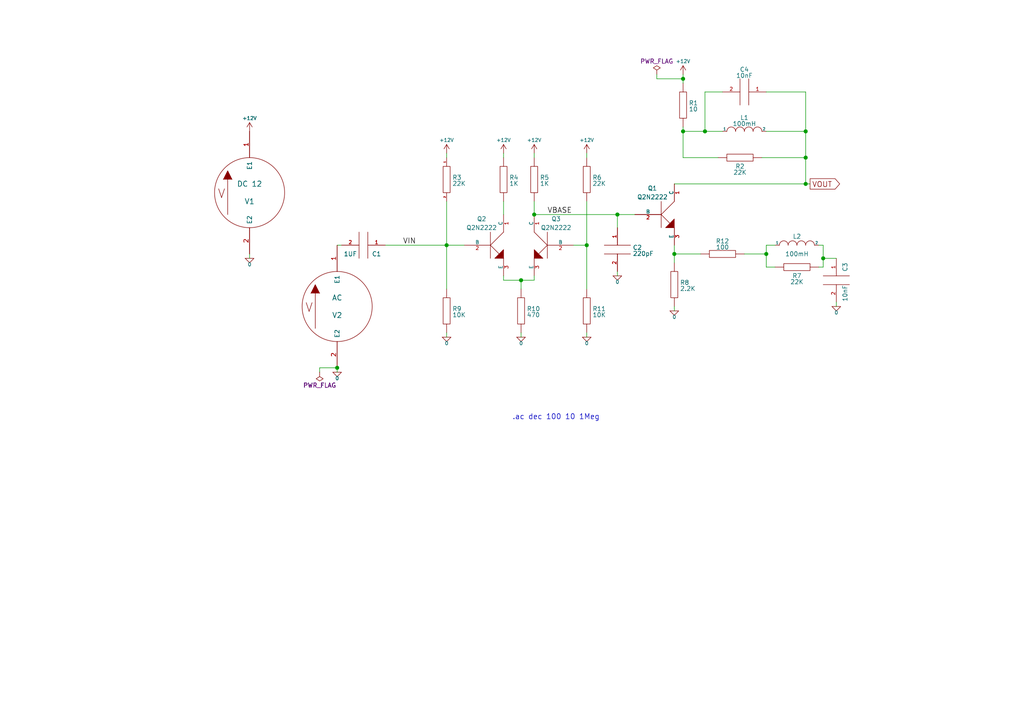
<source format=kicad_sch>
(kicad_sch (version 20230221) (generator eeschema)
  (paper "A4")
  (title_block (date "Sun 22 Mar 2015"))
  (lib_symbols
    (symbol "R_1" (pin_names (offset 0) hide)
      (property "Reference" "R" (at 2.032 0 90))
      (property "Value" "R_1" (at 0 0 90))
      (symbol "R_1_0_1"
        (rectangle (start -1.016 3.81) (end 1.016 -3.81))
      )
      (symbol "R_1_1_1"
        (pin passive line (at 0 6.35 270) (length 2.54) (name "1") (number "1"))
        (pin passive line (at 0 -6.35 90) (length 2.54) (name "2") (number "2"))
      )
    )
    (symbol "schematic_libspice:+12V" (power) (pin_names (offset 0))
      (property "Value" "+12V" (at 0 3.556 0))
      (symbol "+12V_0_1"
        (polyline (pts (xy -0.762 1.27) (xy 0 2.54)))
        (polyline (pts (xy 0 0) (xy 0 2.54)))
        (polyline (pts (xy 0 2.54) (xy 0.762 1.27)))
      )
      (symbol "+12V_1_1"
        (pin power_in line (at 0 0 90) (length 0) hide (name "+12V") (number "1"))
      )
    )
    (symbol "schematic_libspice:0" (power) (pin_names (offset 0))
      (property "Value" "0" (at 0 -1.778 0))
      (symbol "0_0_1"
        (polyline (pts (xy -1.27 0) (xy 0 -1.27) (xy 1.27 0) (xy -1.27 0)))
      )
      (symbol "0_1_1"
        (pin power_in line (at 0 0 0) (length 0) hide (name "0") (number "1"))
      )
    )
    (symbol "schematic_libspice:C" (pin_names (offset 0.254))
      (property "Reference" "C" (at 2.54 3.81 90))
      (property "Value" "C" (at 2.54 -3.81 90))
      (symbol "C_0_1"
        (polyline (pts (xy -3.81 -1.27) (xy 3.81 -1.27)))
        (polyline (pts (xy -3.81 1.27) (xy 3.81 1.27)))
      )
      (symbol "C_1_1"
        (pin passive line (at 0 6.35 270) (length 5.08) (name "~") (number "1"))
        (pin passive line (at 0 -6.35 90) (length 5.08) (name "~") (number "2"))
      )
    )
    (symbol "schematic_libspice:CAP" (pin_names (offset 0.254))
      (property "Reference" "C" (at 2.54 3.81 90))
      (property "Value" "CAP" (at 2.54 -3.81 90))
      (symbol "CAP_0_1"
        (polyline (pts (xy -3.81 -1.27) (xy 3.81 -1.27)))
        (polyline (pts (xy -3.81 1.27) (xy 3.81 1.27)))
      )
      (symbol "CAP_1_1"
        (pin passive line (at 0 6.35 270) (length 5.08) (name "~") (number "1"))
        (pin passive line (at 0 -6.35 90) (length 5.08) (name "~") (number "2"))
      )
    )
    (symbol "schematic_libspice:INDUCTOR" (pin_numbers hide) (pin_names (offset 0))
      (property "Reference" "L" (at 0 2.54 0))
      (property "Value" "INDUCTOR" (at 0 -1.27 0))
      (symbol "INDUCTOR_0_1"
        (arc (start -2.54 0) (mid -3.81 1.2645) (end -5.08 0))
        (arc (start 0 0) (mid -1.27 1.2645) (end -2.54 0))
        (arc (start 2.54 0) (mid 1.27 1.2645) (end 0 0))
        (arc (start 5.08 0) (mid 3.81 1.2645) (end 2.54 0))
      )
      (symbol "INDUCTOR_1_1"
        (pin input line (at -6.35 0 0) (length 1.27) (name "1") (number "1"))
        (pin input line (at 6.35 0 180) (length 1.27) (name "2") (number "2"))
      )
    )
    (symbol "schematic_libspice:PWR_FLAG" (power) (pin_numbers hide) (pin_names (offset 0) hide)
      (property "Value" "PWR_FLAG" (at 0 3.81 0))
      (symbol "PWR_FLAG_0_0"
        (pin power_out line (at 0 0 90) (length 0) (name "pwr") (number "1"))
      )
      (symbol "PWR_FLAG_0_1"
        (polyline (pts (xy 0 0) (xy 0 1.27) (xy -1.016 1.905) (xy 0 2.54) (xy 1.016 1.905) (xy 0 1.27)))
      )
    )
    (symbol "schematic_libspice:QNPN" (pin_names (offset 0))
      (property "Reference" "Q" (at -2.54 7.62 0))
      (property "Value" "QNPN" (at -2.54 5.08 0))
      (symbol "QNPN_0_0"
        (polyline (pts (xy 0 0) (xy 3.81 -3.81)))
        (polyline (pts (xy 3.81 -3.81) (xy 3.81 -1.27) (xy 1.27 -3.81) (xy 3.81 -3.81)) (fill (type outline)))
      )
      (symbol "QNPN_0_1"
        (polyline (pts (xy 0 -3.81) (xy 0 3.81)))
        (polyline (pts (xy 0 0) (xy 3.81 3.81)))
      )
      (symbol "QNPN_1_1"
        (pin passive line (at 3.81 8.89 270) (length 5.08) (name "C") (number "1"))
        (pin input line (at -7.62 0 0) (length 7.62) (name "B") (number "2"))
        (pin passive line (at 3.81 -8.89 90) (length 5.08) (name "E") (number "3"))
      )
    )
    (symbol "schematic_libspice:R" (pin_numbers hide) (pin_names (offset 0))
      (property "Reference" "R" (at 2.032 0 90))
      (property "Value" "R" (at 0 0 90))
      (symbol "R_0_1"
        (rectangle (start -1.016 3.81) (end 1.016 -3.81))
      )
      (symbol "R_1_1"
        (pin passive line (at 0 6.35 270) (length 2.54) (name "~") (number "1"))
        (pin passive line (at 0 -6.35 90) (length 2.54) (name "~") (number "2"))
      )
    )
    (symbol "schematic_libspice:VSOURCE" (pin_names (offset 1.016))
      (property "Reference" "V" (at 0 -2.54 0))
      (property "Value" "VSOURCE" (at 0 2.54 0))
      (symbol "VSOURCE_0_1"
        (polyline (pts (xy -6.35 -6.35) (xy -6.35 3.81)) (fill (type outline)))
        (polyline (pts (xy -7.62 3.81) (xy -6.35 6.35) (xy -5.08 3.81)) (fill (type outline)))
        (circle (center 0 0) (radius 10.16))
        (text "V" (at -8.128 -0.254 0) (effects (font (size 2.54 2.54))))
      )
      (symbol "VSOURCE_1_1"
        (pin input line (at 0 17.78 270) (length 7.62) (name "E1") (number "1"))
        (pin input line (at 0 -17.78 90) (length 7.62) (name "E2") (number "2"))
      )
    )
  )
  (junction (at 198.12 38.1) (diameter 1.016))
  (junction (at 154.94 62.23) (diameter 1.016))
  (junction (at 233.68 45.72) (diameter 1.016))
  (junction (at 170.18 71.12) (diameter 1.016))
  (junction (at 179.07 62.23) (diameter 1.016))
  (junction (at 151.13 81.28) (diameter 1.016))
  (junction (at 97.79 106.68) (diameter 1.016))
  (junction (at 195.58 73.66) (diameter 1.016))
  (junction (at 238.76 74.93) (diameter 1.016))
  (junction (at 198.12 22.86) (diameter 1.016))
  (junction (at 233.68 38.1) (diameter 1.016))
  (junction (at 233.68 53.34) (diameter 1.016))
  (junction (at 204.47 38.1) (diameter 1.016))
  (junction (at 129.54 71.12) (diameter 1.016))
  (junction (at 222.25 73.66) (diameter 1.016))
  (wire (pts (xy 72.39 73.66) (xy 72.39 74.93)))
  (wire (pts (xy 179.07 62.23) (xy 184.15 62.23)))
  (wire (pts (xy 222.25 71.12) (xy 222.25 73.66)))
  (wire (pts (xy 170.18 97.79) (xy 170.18 96.52)))
  (wire (pts (xy 198.12 21.59) (xy 198.12 22.86)))
  (wire (pts (xy 170.18 58.42) (xy 170.18 71.12)))
  (wire (pts (xy 203.2 73.66) (xy 195.58 73.66)))
  (wire (pts (xy 195.58 53.34) (xy 233.68 53.34)))
  (wire (pts (xy 129.54 96.52) (xy 129.54 97.79)))
  (wire (pts (xy 209.55 26.67) (xy 204.47 26.67)))
  (wire (pts (xy 198.12 38.1) (xy 204.47 38.1)))
  (wire (pts (xy 198.12 38.1) (xy 198.12 45.72)))
  (wire (pts (xy 233.68 38.1) (xy 233.68 45.72)))
  (wire (pts (xy 222.25 73.66) (xy 222.25 77.47)))
  (wire (pts (xy 238.76 77.47) (xy 237.49 77.47)))
  (wire (pts (xy 97.79 106.68) (xy 97.79 107.95)))
  (wire (pts (xy 233.68 45.72) (xy 233.68 53.34)))
  (wire (pts (xy 97.79 106.68) (xy 92.71 106.68)))
  (wire (pts (xy 242.57 88.9) (xy 242.57 87.63)))
  (wire (pts (xy 154.94 44.45) (xy 154.94 45.72)))
  (wire (pts (xy 151.13 81.28) (xy 154.94 81.28)))
  (wire (pts (xy 146.05 81.28) (xy 151.13 81.28)))
  (wire (pts (xy 170.18 71.12) (xy 170.18 83.82)))
  (wire (pts (xy 215.9 73.66) (xy 222.25 73.66)))
  (wire (pts (xy 204.47 38.1) (xy 209.55 38.1)))
  (wire (pts (xy 195.58 90.17) (xy 195.58 88.9)))
  (wire (pts (xy 198.12 22.86) (xy 190.5 22.86)))
  (wire (pts (xy 154.94 81.28) (xy 154.94 80.01)))
  (wire (pts (xy 198.12 22.86) (xy 198.12 24.13)))
  (wire (pts (xy 222.25 26.67) (xy 233.68 26.67)))
  (wire (pts (xy 195.58 71.12) (xy 195.58 73.66)))
  (wire (pts (xy 99.06 71.12) (xy 97.79 71.12)))
  (wire (pts (xy 151.13 81.28) (xy 151.13 83.82)))
  (wire (pts (xy 222.25 77.47) (xy 224.79 77.47)))
  (wire (pts (xy 92.71 106.68) (xy 92.71 107.95)))
  (wire (pts (xy 237.49 71.12) (xy 238.76 71.12)))
  (wire (pts (xy 129.54 71.12) (xy 129.54 83.82)))
  (wire (pts (xy 233.68 38.1) (xy 222.25 38.1)))
  (wire (pts (xy 190.5 22.86) (xy 190.5 21.59)))
  (wire (pts (xy 111.76 71.12) (xy 129.54 71.12)))
  (wire (pts (xy 195.58 73.66) (xy 195.58 76.2)))
  (wire (pts (xy 170.18 44.45) (xy 170.18 45.72)))
  (wire (pts (xy 151.13 96.52) (xy 151.13 97.79)))
  (wire (pts (xy 146.05 62.23) (xy 146.05 58.42)))
  (wire (pts (xy 238.76 71.12) (xy 238.76 74.93)))
  (wire (pts (xy 233.68 45.72) (xy 220.98 45.72)))
  (wire (pts (xy 146.05 80.01) (xy 146.05 81.28)))
  (wire (pts (xy 179.07 66.04) (xy 179.07 62.23)))
  (wire (pts (xy 233.68 26.67) (xy 233.68 38.1)))
  (wire (pts (xy 204.47 26.67) (xy 204.47 38.1)))
  (wire (pts (xy 233.68 53.34) (xy 234.95 53.34)))
  (wire (pts (xy 154.94 62.23) (xy 154.94 58.42)))
  (wire (pts (xy 198.12 45.72) (xy 208.28 45.72)))
  (wire (pts (xy 224.79 71.12) (xy 222.25 71.12)))
  (wire (pts (xy 179.07 80.01) (xy 179.07 78.74)))
  (wire (pts (xy 129.54 58.42) (xy 129.54 71.12)))
  (wire (pts (xy 146.05 44.45) (xy 146.05 45.72)))
  (wire (pts (xy 166.37 71.12) (xy 170.18 71.12)))
  (wire (pts (xy 198.12 36.83) (xy 198.12 38.1)))
  (wire (pts (xy 238.76 74.93) (xy 242.57 74.93)))
  (wire (pts (xy 154.94 62.23) (xy 179.07 62.23)))
  (wire (pts (xy 238.76 74.93) (xy 238.76 77.47)))
  (wire (pts (xy 129.54 71.12) (xy 134.62 71.12)))
  (wire (pts (xy 129.54 44.45) (xy 129.54 45.72)))
  (text ".ac dec 100 10 1Meg" (at 148.59 121.92 0) (effects (font (size 1.524 1.524)) (justify left bottom)))
  (label "VBASE" (at 158.75 62.23 0) (effects (font (size 1.524 1.524))))
  (label "VIN" (at 116.84 71.12 0) (effects (font (size 1.524 1.524))))
  (global_label "VOUT" (shape output) (at 234.95 53.34 0) (effects (font (size 1.524 1.524))) (property "Intersheetrefs" "${INTERSHEET_REFS}" (effects hide)))
  (symbol (lib_id "schematic_libspice:QNPN") (at 142.24 71.12 0) (unit 1)
    (property "Reference" "Q2" (at 139.7 63.5 0))
    (property "Value" "Q2N2222" (at 139.7 66.04 0))
    (property "Sim.Library" "2n2222.model" (effects hide))
    (property "Sim.Name" "Q2N2222" (effects hide))
    (property "Sim.Device" "NPN" (effects hide))
    (property "Sim.Type" "GUMMELPOON" (effects hide))
    (property "Sim.Pins" "1=C 2=B 3=E" (effects hide))
  )
  (symbol (lib_id "schematic_libspice:QNPN") (at 158.75 71.12 0) (mirror y) (unit 1)
    (property "Reference" "Q3" (at 161.29 63.5 0))
    (property "Value" "Q2N2222" (at 161.29 66.04 0))
    (property "Sim.Library" "2n2222.model" (effects hide))
    (property "Sim.Name" "Q2N2222" (effects hide))
    (property "Sim.Device" "NPN" (effects hide))
    (property "Sim.Type" "GUMMELPOON" (effects hide))
    (property "Sim.Pins" "1=C 2=B 3=E" (effects hide))
  )
  (symbol (lib_id "schematic_libspice:R") (at 146.05 52.07 0) (unit 1)
    (property "Reference" "R4" (at 147.701 51.4755 0) (effects (justify left)))
    (property "Value" "1K" (at 147.701 53.2377 0) (effects (justify left)))
  )
  (symbol (lib_id "schematic_libspice:R") (at 154.94 52.07 0) (unit 1)
    (property "Reference" "R5" (at 156.591 51.4755 0) (effects (justify left)))
    (property "Value" "1K" (at 156.591 53.2377 0) (effects (justify left)))
  )
  (symbol (lib_id "schematic_libspice:R") (at 151.13 90.17 0) (unit 1)
    (property "Reference" "R10" (at 152.781 89.5755 0) (effects (justify left)))
    (property "Value" "470" (at 152.781 91.3377 0) (effects (justify left)))
  )
  (symbol (lib_id "schematic_libspice:0") (at 151.13 97.79 0) (unit 1)
    (property "Reference" "#GND06" (effects hide))
    (property "Value" "0" (at 151.13 99.568 0) (effects (font (size 1.016 1.016))))
  )
  (symbol (lib_id "schematic_libspice:R") (at 170.18 90.17 0) (unit 1)
    (property "Reference" "R11" (at 171.831 89.5755 0) (effects (justify left)))
    (property "Value" "10K" (at 171.831 91.3377 0) (effects (justify left)))
  )
  (symbol (lib_id "schematic_libspice:R") (at 170.18 52.07 0) (unit 1)
    (property "Reference" "R6" (at 171.831 51.4755 0) (effects (justify left)))
    (property "Value" "22K" (at 171.831 53.2377 0) (effects (justify left)))
  )
  (symbol (lib_name "R_1") (lib_id "schematic_libspice:R") (at 129.54 52.07 0) (unit 1)
    (property "Reference" "R3" (at 131.191 51.4755 0) (effects (justify left)))
    (property "Value" "22K" (at 131.191 53.2377 0) (effects (justify left)))
  )
  (symbol (lib_id "schematic_libspice:R") (at 129.54 90.17 0) (unit 1)
    (property "Reference" "R9" (at 131.191 89.5755 0) (effects (justify left)))
    (property "Value" "10K" (at 131.191 91.3377 0) (effects (justify left)))
  )
  (symbol (lib_id "schematic_libspice:0") (at 129.54 97.79 0) (unit 1)
    (property "Reference" "#GND05" (effects hide))
    (property "Value" "0" (at 129.54 99.568 0) (effects (font (size 1.016 1.016))))
  )
  (symbol (lib_id "schematic_libspice:0") (at 170.18 97.79 0) (unit 1)
    (property "Reference" "#GND07" (effects hide))
    (property "Value" "0" (at 170.18 99.568 0) (effects (font (size 1.016 1.016))))
  )
  (symbol (lib_id "schematic_libspice:+12V") (at 129.54 44.45 0) (unit 1)
    (property "Reference" "#+12V03" (effects hide))
    (property "Value" "+12V" (at 129.54 40.64 0) (effects (font (size 1.016 1.016))))
  )
  (symbol (lib_id "schematic_libspice:+12V") (at 146.05 44.45 0) (unit 1)
    (property "Reference" "#+12V04" (effects hide))
    (property "Value" "+12V" (at 146.05 40.64 0) (effects (font (size 1.016 1.016))))
  )
  (symbol (lib_id "schematic_libspice:+12V") (at 154.94 44.45 0) (unit 1)
    (property "Reference" "#+12V05" (effects hide))
    (property "Value" "+12V" (at 154.94 40.64 0) (effects (font (size 1.016 1.016))))
  )
  (symbol (lib_id "schematic_libspice:+12V") (at 170.18 44.45 0) (unit 1)
    (property "Reference" "#+12V06" (effects hide))
    (property "Value" "+12V" (at 170.18 40.64 0) (effects (font (size 1.016 1.016))))
  )
  (symbol (lib_id "schematic_libspice:VSOURCE") (at 72.39 55.88 0) (unit 1)
    (property "Reference" "V1" (at 72.39 58.42 0) (effects (font (size 1.524 1.524))))
    (property "Value" "DC 12" (at 72.39 53.34 0) (effects (font (size 1.524 1.524))))
  )
  (symbol (lib_id "schematic_libspice:0") (at 72.39 74.93 0) (unit 1)
    (property "Reference" "#GND01" (effects hide))
    (property "Value" "0" (at 72.39 76.708 0) (effects (font (size 1.016 1.016))))
  )
  (symbol (lib_id "schematic_libspice:+12V") (at 72.39 38.1 0) (unit 1)
    (property "Reference" "#+12V02" (effects hide))
    (property "Value" "+12V" (at 72.39 34.29 0) (effects (font (size 1.016 1.016))))
  )
  (symbol (lib_id "schematic_libspice:C") (at 105.41 71.12 270) (unit 1)
    (property "Reference" "C1" (at 109.22 73.66 90))
    (property "Value" "1UF" (at 101.6 73.66 90))
  )
  (symbol (lib_id "schematic_libspice:VSOURCE") (at 97.79 88.9 0) (unit 1)
    (property "Reference" "V2" (at 97.79 91.44 0) (effects (font (size 1.524 1.524))))
    (property "Value" "AC" (at 97.79 86.36 0) (effects (font (size 1.524 1.524))))
    (property "Sim.Device" "SPICE" (effects hide))
    (property "Sim.Params" "type=\"V\" model=\"dc 0 ac 1\" lib=\"\"" (effects hide))
    (property "Sim.Pins" "1=1 2=2" (effects hide))
  )
  (symbol (lib_id "schematic_libspice:0") (at 97.79 107.95 0) (unit 1)
    (property "Reference" "#GND08" (effects hide))
    (property "Value" "0" (at 97.79 109.728 0) (effects (font (size 1.016 1.016))))
  )
  (symbol (lib_id "schematic_libspice:QNPN") (at 191.77 62.23 0) (unit 1)
    (property "Reference" "Q1" (at 189.23 54.61 0))
    (property "Value" "Q2N2222" (at 189.23 57.15 0))
    (property "Sim.Library" "2n2222.model" (effects hide))
    (property "Sim.Name" "Q2N2222" (effects hide))
    (property "Sim.Device" "NPN" (effects hide))
    (property "Sim.Type" "GUMMELPOON" (effects hide))
    (property "Sim.Pins" "1=C 2=B 3=E" (effects hide))
  )
  (symbol (lib_id "schematic_libspice:R") (at 195.58 82.55 0) (unit 1)
    (property "Reference" "R8" (at 197.231 81.9555 0) (effects (justify left)))
    (property "Value" "2.2K" (at 197.231 83.7177 0) (effects (justify left)))
  )
  (symbol (lib_id "schematic_libspice:+12V") (at 198.12 21.59 0) (unit 1)
    (property "Reference" "#+12V01" (effects hide))
    (property "Value" "+12V" (at 198.12 17.78 0) (effects (font (size 1.016 1.016))))
  )
  (symbol (lib_id "schematic_libspice:0") (at 195.58 90.17 0) (unit 1)
    (property "Reference" "#GND04" (effects hide))
    (property "Value" "0" (at 195.58 91.948 0) (effects (font (size 1.016 1.016))))
  )
  (symbol (lib_id "schematic_libspice:C") (at 179.07 72.39 0) (unit 1)
    (property "Reference" "C2" (at 183.515 71.7955 0) (effects (justify left)))
    (property "Value" "220pF" (at 183.515 73.5577 0) (effects (justify left)))
  )
  (symbol (lib_id "schematic_libspice:0") (at 179.07 80.01 0) (unit 1)
    (property "Reference" "#GND02" (effects hide))
    (property "Value" "0" (at 179.07 81.788 0) (effects (font (size 1.016 1.016))))
  )
  (symbol (lib_id "schematic_libspice:CAP") (at 242.57 81.28 0) (unit 1)
    (property "Reference" "C3" (at 245.11 77.47 90))
    (property "Value" "10nF" (at 245.11 85.09 90))
  )
  (symbol (lib_id "schematic_libspice:0") (at 242.57 88.9 0) (unit 1)
    (property "Reference" "#GND03" (effects hide))
    (property "Value" "0" (at 242.57 90.678 0) (effects (font (size 1.016 1.016))))
  )
  (symbol (lib_id "schematic_libspice:INDUCTOR") (at 215.9 38.1 0) (unit 1)
    (property "Reference" "L1" (at 215.9 34.1304 0))
    (property "Value" "100mH" (at 215.9 35.8926 0))
  )
  (symbol (lib_id "schematic_libspice:R") (at 198.12 30.48 0) (unit 1)
    (property "Reference" "R1" (at 199.771 29.8855 0) (effects (justify left)))
    (property "Value" "10" (at 199.771 31.6477 0) (effects (justify left)))
  )
  (symbol (lib_id "schematic_libspice:R") (at 214.63 45.72 270) (unit 1)
    (property "Reference" "R2" (at 214.63 48.2521 90))
    (property "Value" "22K" (at 214.63 50.0143 90))
  )
  (symbol (lib_id "schematic_libspice:R") (at 231.14 77.47 270) (unit 1)
    (property "Reference" "R7" (at 231.14 80.0021 90))
    (property "Value" "22K" (at 231.14 81.7643 90))
  )
  (symbol (lib_id "schematic_libspice:INDUCTOR") (at 231.14 71.12 0) (unit 1)
    (property "Reference" "L2" (at 231.14 68.58 0))
    (property "Value" "100mH" (at 231.14 73.66 0))
  )
  (symbol (lib_id "schematic_libspice:CAP") (at 215.9 26.67 270) (unit 1)
    (property "Reference" "C4" (at 215.9 20.1549 90))
    (property "Value" "10nF" (at 215.9 21.9171 90))
  )
  (symbol (lib_id "schematic_libspice:PWR_FLAG") (at 92.71 107.95 180) (unit 1)
    (property "Reference" "#FLG02" (effects hide))
    (property "Value" "${SIM.PARAMS}" (at 92.71 111.76 0))
    (property "Sim.Enable" "0" (effects hide))
    (property "Sim.Device" "SPICE" (effects hide))
    (property "Sim.Params" "PWR_FLAG" (at 92.71 111.76 0))
    (property "Sim.Pins" "1=1" (effects hide))
  )
  (symbol (lib_id "schematic_libspice:PWR_FLAG") (at 190.5 21.59 0) (unit 1)
    (property "Reference" "#FLG01" (effects hide))
    (property "Value" "${SIM.PARAMS}" (at 190.5 17.78 0))
    (property "Sim.Enable" "0" (effects hide))
    (property "Sim.Device" "SPICE" (effects hide))
    (property "Sim.Params" "PWR_FLAG" (at 190.5 17.78 0))
    (property "Sim.Pins" "1=1" (effects hide))
  )
  (symbol (lib_id "schematic_libspice:R") (at 209.55 73.66 270) (unit 1)
    (property "Reference" "R12" (at 209.55 69.9389 90))
    (property "Value" "100" (at 209.55 71.7011 90))
  )
)
</source>
